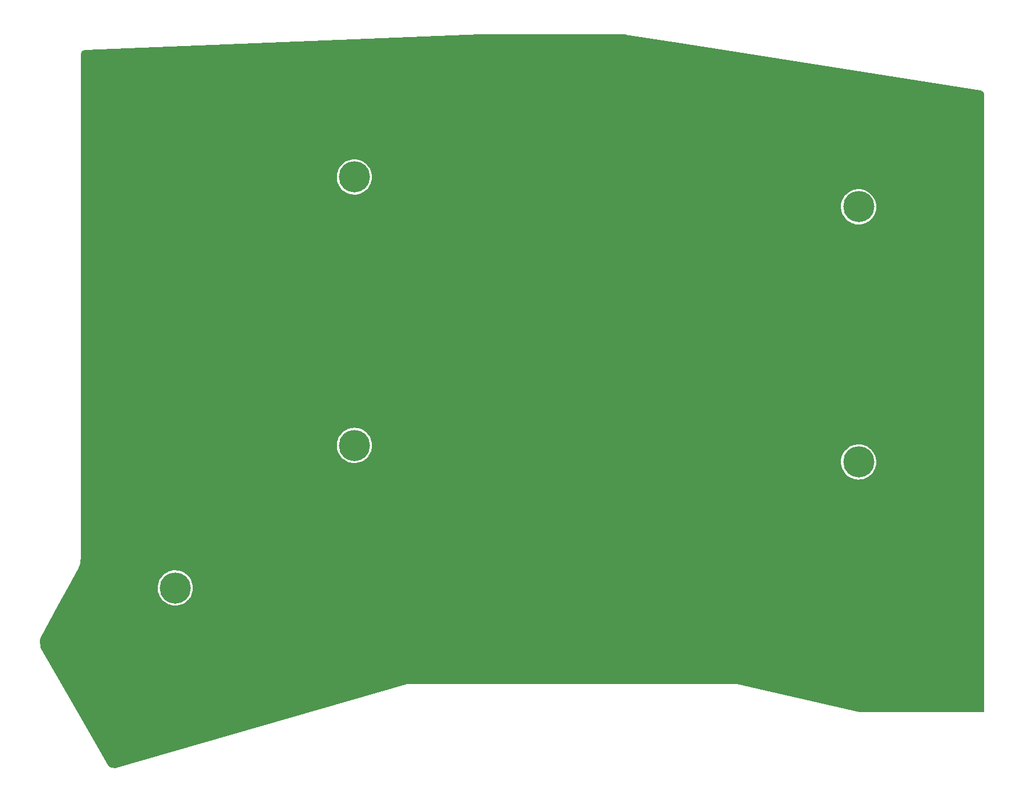
<source format=gbr>
G04 #@! TF.GenerationSoftware,KiCad,Pcbnew,(6.0.2-0)*
G04 #@! TF.CreationDate,2022-03-06T07:47:00+00:00*
G04 #@! TF.ProjectId,SofleKeyboardBottomPlate,536f666c-654b-4657-9962-6f617264426f,rev?*
G04 #@! TF.SameCoordinates,Original*
G04 #@! TF.FileFunction,Copper,L1,Top*
G04 #@! TF.FilePolarity,Positive*
%FSLAX46Y46*%
G04 Gerber Fmt 4.6, Leading zero omitted, Abs format (unit mm)*
G04 Created by KiCad (PCBNEW (6.0.2-0)) date 2022-03-06 07:47:00*
%MOMM*%
%LPD*%
G01*
G04 APERTURE LIST*
G04 #@! TA.AperFunction,ComponentPad*
%ADD10C,4.700000*%
G04 #@! TD*
G04 APERTURE END LIST*
D10*
X206725000Y-62175000D03*
X130725000Y-57675000D03*
X206725000Y-100675000D03*
X130725000Y-98175000D03*
X103725000Y-119675000D03*
G04 #@! TA.AperFunction,NonConductor*
G36*
X171644928Y-36184540D02*
G01*
X180540146Y-37588011D01*
X225091754Y-44617282D01*
X225103366Y-44619678D01*
X225220953Y-44649781D01*
X225242204Y-44657303D01*
X225324333Y-44694949D01*
X225343574Y-44705911D01*
X225417029Y-44756798D01*
X225433815Y-44770725D01*
X225497308Y-44833449D01*
X225511377Y-44849977D01*
X225519678Y-44861630D01*
X225563171Y-44922688D01*
X225574238Y-44941477D01*
X225612760Y-45022115D01*
X225620517Y-45042878D01*
X225644564Y-45129957D01*
X225648595Y-45152118D01*
X225659666Y-45274204D01*
X225660181Y-45285583D01*
X225659953Y-59593022D01*
X225658702Y-138298821D01*
X225638699Y-138366941D01*
X225585042Y-138413433D01*
X225532702Y-138424819D01*
X213066859Y-138424820D01*
X206903838Y-138424820D01*
X206875724Y-138421644D01*
X188401779Y-134193035D01*
X188388676Y-134188519D01*
X188388641Y-134188633D01*
X188380057Y-134186009D01*
X188371932Y-134182195D01*
X188327572Y-134175290D01*
X188321585Y-134174358D01*
X188312852Y-134172681D01*
X188304059Y-134170668D01*
X188304057Y-134170668D01*
X188299690Y-134169668D01*
X188286536Y-134168576D01*
X188277620Y-134167514D01*
X188261456Y-134164998D01*
X188252749Y-134164998D01*
X188248625Y-134164999D01*
X188238211Y-134164567D01*
X188213356Y-134162505D01*
X188200343Y-134161425D01*
X188200341Y-134161425D01*
X188191397Y-134160683D01*
X188182607Y-134162481D01*
X188182198Y-134162505D01*
X188157534Y-134165003D01*
X138929704Y-134166998D01*
X138909821Y-134165419D01*
X138896309Y-134163260D01*
X138896307Y-134163260D01*
X138887439Y-134161843D01*
X138878530Y-134162972D01*
X138878527Y-134162972D01*
X138849683Y-134166627D01*
X138845908Y-134167001D01*
X138842630Y-134167001D01*
X138812133Y-134171370D01*
X138810287Y-134171620D01*
X138776520Y-134175899D01*
X138773353Y-134176811D01*
X138769702Y-134177448D01*
X138761512Y-134178622D01*
X138735063Y-134182411D01*
X138710860Y-134193417D01*
X138693595Y-134199791D01*
X107845536Y-143087385D01*
X94627124Y-146895724D01*
X94569701Y-146898617D01*
X94210204Y-146833254D01*
X94192900Y-146828820D01*
X93903464Y-146732342D01*
X93861308Y-146708474D01*
X93688158Y-146560060D01*
X93660968Y-146527271D01*
X89583283Y-139446023D01*
X83501935Y-128885242D01*
X83490440Y-128858574D01*
X83404559Y-128572306D01*
X83380619Y-128492507D01*
X83375741Y-128466769D01*
X83333435Y-127959090D01*
X83333000Y-127948626D01*
X83333000Y-127637776D01*
X83335447Y-127613065D01*
X83404510Y-127267751D01*
X83417173Y-127232634D01*
X86062398Y-122329848D01*
X87509784Y-119647194D01*
X101069801Y-119647194D01*
X101085691Y-119966382D01*
X101086332Y-119970113D01*
X101086333Y-119970121D01*
X101099261Y-120045354D01*
X101139812Y-120281350D01*
X101231381Y-120587535D01*
X101232894Y-120591006D01*
X101232896Y-120591012D01*
X101320261Y-120791459D01*
X101359070Y-120880501D01*
X101521031Y-121156006D01*
X101523332Y-121159021D01*
X101712617Y-121407044D01*
X101712622Y-121407049D01*
X101714917Y-121410057D01*
X101937920Y-121638976D01*
X102006408Y-121694140D01*
X102183856Y-121837068D01*
X102183861Y-121837072D01*
X102186809Y-121839446D01*
X102457979Y-122008563D01*
X102747502Y-122143877D01*
X102751112Y-122145060D01*
X102751116Y-122145062D01*
X102933863Y-122204970D01*
X103051185Y-122243430D01*
X103364628Y-122305777D01*
X103368400Y-122306064D01*
X103368408Y-122306065D01*
X103679515Y-122329730D01*
X103679520Y-122329730D01*
X103683292Y-122330017D01*
X104002559Y-122315799D01*
X104006297Y-122315177D01*
X104006305Y-122315176D01*
X104314072Y-122263949D01*
X104314080Y-122263947D01*
X104317806Y-122263327D01*
X104624466Y-122173363D01*
X104918097Y-122047209D01*
X104921375Y-122045305D01*
X104921381Y-122045302D01*
X105082126Y-121951933D01*
X105194445Y-121886693D01*
X105449509Y-121694140D01*
X105679592Y-121472339D01*
X105730298Y-121410057D01*
X105878965Y-121227447D01*
X105881362Y-121224503D01*
X106051897Y-120954222D01*
X106188725Y-120665411D01*
X106213547Y-120591012D01*
X106288669Y-120365841D01*
X106289866Y-120362254D01*
X106353854Y-120049141D01*
X106379763Y-119730609D01*
X106380345Y-119675000D01*
X106378898Y-119650986D01*
X106361341Y-119359773D01*
X106361341Y-119359769D01*
X106361113Y-119355995D01*
X106303697Y-119041611D01*
X106208927Y-118736402D01*
X106078176Y-118444789D01*
X105913339Y-118170996D01*
X105911012Y-118168012D01*
X105911007Y-118168005D01*
X105719140Y-117921984D01*
X105719138Y-117921981D01*
X105716804Y-117918989D01*
X105491416Y-117692418D01*
X105360725Y-117589390D01*
X105243419Y-117496913D01*
X105243412Y-117496908D01*
X105240441Y-117494566D01*
X104967515Y-117328297D01*
X104676591Y-117196022D01*
X104371882Y-117099655D01*
X104232342Y-117073415D01*
X104061527Y-117041293D01*
X104061522Y-117041292D01*
X104057803Y-117040593D01*
X103738903Y-117019691D01*
X103735124Y-117019899D01*
X103735122Y-117019899D01*
X103638214Y-117025232D01*
X103419802Y-117037253D01*
X103416075Y-117037914D01*
X103416071Y-117037914D01*
X103162324Y-117082884D01*
X103105122Y-117093022D01*
X103101497Y-117094127D01*
X103101492Y-117094128D01*
X102863656Y-117166616D01*
X102799421Y-117186193D01*
X102507127Y-117315415D01*
X102232475Y-117478816D01*
X102229474Y-117481132D01*
X102229470Y-117481134D01*
X101982445Y-117671712D01*
X101979442Y-117674029D01*
X101751694Y-117898227D01*
X101552530Y-118148163D01*
X101384835Y-118420215D01*
X101251038Y-118710443D01*
X101153078Y-119014643D01*
X101152359Y-119018359D01*
X101152357Y-119018367D01*
X101147860Y-119041611D01*
X101092372Y-119328408D01*
X101092105Y-119332184D01*
X101092104Y-119332189D01*
X101090151Y-119359773D01*
X101069801Y-119647194D01*
X87509784Y-119647194D01*
X89138234Y-116628947D01*
X89140413Y-116625445D01*
X89143162Y-116622556D01*
X89174825Y-116561171D01*
X89175916Y-116559103D01*
X89187273Y-116538054D01*
X89189400Y-116534112D01*
X89190632Y-116530762D01*
X89192077Y-116527770D01*
X89192183Y-116527519D01*
X89194416Y-116523190D01*
X89203440Y-116496119D01*
X89204711Y-116492494D01*
X89223821Y-116440552D01*
X89223822Y-116440547D01*
X89226919Y-116432129D01*
X89227357Y-116425704D01*
X89229351Y-116418383D01*
X89384011Y-115954404D01*
X89388086Y-115943800D01*
X89390562Y-115938133D01*
X89395284Y-115930504D01*
X89410481Y-115875534D01*
X89412391Y-115869264D01*
X89417051Y-115855285D01*
X89417053Y-115855276D01*
X89418466Y-115851038D01*
X89419766Y-115843876D01*
X89422297Y-115832797D01*
X89423779Y-115827436D01*
X89423780Y-115827433D01*
X89425077Y-115822740D01*
X89427215Y-115804277D01*
X89428404Y-115796274D01*
X89436266Y-115752950D01*
X89436266Y-115752947D01*
X89437868Y-115744119D01*
X89436928Y-115735198D01*
X89437263Y-115726220D01*
X89437649Y-115726234D01*
X89437713Y-115713601D01*
X89449212Y-115614287D01*
X89503337Y-115146803D01*
X89503999Y-115141920D01*
X89507510Y-115119370D01*
X89508258Y-115114568D01*
X89508258Y-115109706D01*
X89508310Y-115109034D01*
X89508381Y-115105826D01*
X89508566Y-115101643D01*
X89509081Y-115097191D01*
X89508303Y-115068360D01*
X89508257Y-115064963D01*
X89507945Y-98147194D01*
X128069801Y-98147194D01*
X128085691Y-98466382D01*
X128086332Y-98470113D01*
X128086333Y-98470121D01*
X128124531Y-98692418D01*
X128139812Y-98781350D01*
X128140900Y-98784989D01*
X128140901Y-98784992D01*
X128181871Y-98921984D01*
X128231381Y-99087535D01*
X128232894Y-99091006D01*
X128232896Y-99091012D01*
X128267757Y-99170996D01*
X128359070Y-99380501D01*
X128360993Y-99383773D01*
X128360995Y-99383776D01*
X128384443Y-99423662D01*
X128521031Y-99656006D01*
X128523332Y-99659021D01*
X128712617Y-99907044D01*
X128712622Y-99907049D01*
X128714917Y-99910057D01*
X128717561Y-99912771D01*
X128839554Y-100038000D01*
X128937920Y-100138976D01*
X129006408Y-100194140D01*
X129183856Y-100337068D01*
X129183861Y-100337072D01*
X129186809Y-100339446D01*
X129457979Y-100508563D01*
X129747502Y-100643877D01*
X129751112Y-100645060D01*
X129751116Y-100645062D01*
X129933863Y-100704970D01*
X130051185Y-100743430D01*
X130364628Y-100805777D01*
X130368400Y-100806064D01*
X130368408Y-100806065D01*
X130679515Y-100829730D01*
X130679520Y-100829730D01*
X130683292Y-100830017D01*
X131002559Y-100815799D01*
X131006297Y-100815177D01*
X131006305Y-100815176D01*
X131314072Y-100763949D01*
X131314080Y-100763947D01*
X131317806Y-100763327D01*
X131624466Y-100673363D01*
X131685376Y-100647194D01*
X204069801Y-100647194D01*
X204085691Y-100966382D01*
X204086332Y-100970113D01*
X204086333Y-100970121D01*
X204099261Y-101045354D01*
X204139812Y-101281350D01*
X204231381Y-101587535D01*
X204232894Y-101591006D01*
X204232896Y-101591012D01*
X204320261Y-101791459D01*
X204359070Y-101880501D01*
X204521031Y-102156006D01*
X204523332Y-102159021D01*
X204712617Y-102407044D01*
X204712622Y-102407049D01*
X204714917Y-102410057D01*
X204937920Y-102638976D01*
X205006408Y-102694140D01*
X205183856Y-102837068D01*
X205183861Y-102837072D01*
X205186809Y-102839446D01*
X205457979Y-103008563D01*
X205747502Y-103143877D01*
X205751112Y-103145060D01*
X205751116Y-103145062D01*
X205933863Y-103204970D01*
X206051185Y-103243430D01*
X206364628Y-103305777D01*
X206368400Y-103306064D01*
X206368408Y-103306065D01*
X206679515Y-103329730D01*
X206679520Y-103329730D01*
X206683292Y-103330017D01*
X207002559Y-103315799D01*
X207006297Y-103315177D01*
X207006305Y-103315176D01*
X207314072Y-103263949D01*
X207314080Y-103263947D01*
X207317806Y-103263327D01*
X207624466Y-103173363D01*
X207918097Y-103047209D01*
X207921375Y-103045305D01*
X207921381Y-103045302D01*
X208082126Y-102951933D01*
X208194445Y-102886693D01*
X208449509Y-102694140D01*
X208679592Y-102472339D01*
X208730298Y-102410057D01*
X208878965Y-102227447D01*
X208881362Y-102224503D01*
X209051897Y-101954222D01*
X209188725Y-101665411D01*
X209213547Y-101591012D01*
X209288669Y-101365841D01*
X209289866Y-101362254D01*
X209353854Y-101049141D01*
X209379763Y-100730609D01*
X209380345Y-100675000D01*
X209380157Y-100671869D01*
X209361341Y-100359773D01*
X209361341Y-100359769D01*
X209361113Y-100355995D01*
X209331971Y-100196425D01*
X209304377Y-100045333D01*
X209304376Y-100045329D01*
X209303697Y-100041611D01*
X209282188Y-99972339D01*
X209210049Y-99740017D01*
X209208927Y-99736402D01*
X209078176Y-99444789D01*
X208913339Y-99170996D01*
X208911012Y-99168012D01*
X208911007Y-99168005D01*
X208719140Y-98921984D01*
X208719138Y-98921981D01*
X208716804Y-98918989D01*
X208491416Y-98692418D01*
X208360725Y-98589390D01*
X208243419Y-98496913D01*
X208243412Y-98496908D01*
X208240441Y-98494566D01*
X207967515Y-98328297D01*
X207676591Y-98196022D01*
X207371882Y-98099655D01*
X207232342Y-98073415D01*
X207061527Y-98041293D01*
X207061522Y-98041292D01*
X207057803Y-98040593D01*
X206738903Y-98019691D01*
X206735124Y-98019899D01*
X206735122Y-98019899D01*
X206638214Y-98025232D01*
X206419802Y-98037253D01*
X206416075Y-98037914D01*
X206416071Y-98037914D01*
X206162324Y-98082884D01*
X206105122Y-98093022D01*
X206101497Y-98094127D01*
X206101492Y-98094128D01*
X205914938Y-98150986D01*
X205799421Y-98186193D01*
X205507127Y-98315415D01*
X205232475Y-98478816D01*
X205229474Y-98481132D01*
X205229470Y-98481134D01*
X204982445Y-98671712D01*
X204979442Y-98674029D01*
X204976744Y-98676685D01*
X204788237Y-98862254D01*
X204751694Y-98898227D01*
X204552530Y-99148163D01*
X204384835Y-99420215D01*
X204251038Y-99710443D01*
X204153078Y-100014643D01*
X204152359Y-100018359D01*
X204152357Y-100018367D01*
X204093091Y-100324690D01*
X204092372Y-100328408D01*
X204092105Y-100332184D01*
X204092104Y-100332189D01*
X204090151Y-100359773D01*
X204069801Y-100647194D01*
X131685376Y-100647194D01*
X131918097Y-100547209D01*
X131921375Y-100545305D01*
X131921381Y-100545302D01*
X132082126Y-100451933D01*
X132194445Y-100386693D01*
X132449509Y-100194140D01*
X132679592Y-99972339D01*
X132730298Y-99910057D01*
X132810706Y-99811291D01*
X132881362Y-99724503D01*
X133051897Y-99454222D01*
X133188725Y-99165411D01*
X133194480Y-99148163D01*
X133238914Y-99014976D01*
X133289866Y-98862254D01*
X133353854Y-98549141D01*
X133379763Y-98230609D01*
X133380228Y-98186193D01*
X133380322Y-98177221D01*
X133380322Y-98177214D01*
X133380345Y-98175000D01*
X133378898Y-98150986D01*
X133361341Y-97859773D01*
X133361341Y-97859769D01*
X133361113Y-97855995D01*
X133303697Y-97541611D01*
X133208927Y-97236402D01*
X133078176Y-96944789D01*
X132913339Y-96670996D01*
X132911012Y-96668012D01*
X132911007Y-96668005D01*
X132719140Y-96421984D01*
X132719138Y-96421981D01*
X132716804Y-96418989D01*
X132491416Y-96192418D01*
X132360725Y-96089390D01*
X132243419Y-95996913D01*
X132243412Y-95996908D01*
X132240441Y-95994566D01*
X131967515Y-95828297D01*
X131676591Y-95696022D01*
X131371882Y-95599655D01*
X131232342Y-95573415D01*
X131061527Y-95541293D01*
X131061522Y-95541292D01*
X131057803Y-95540593D01*
X130738903Y-95519691D01*
X130735124Y-95519899D01*
X130735122Y-95519899D01*
X130638214Y-95525232D01*
X130419802Y-95537253D01*
X130416075Y-95537914D01*
X130416071Y-95537914D01*
X130162324Y-95582884D01*
X130105122Y-95593022D01*
X130101497Y-95594127D01*
X130101492Y-95594128D01*
X129863656Y-95666616D01*
X129799421Y-95686193D01*
X129507127Y-95815415D01*
X129232475Y-95978816D01*
X129229474Y-95981132D01*
X129229470Y-95981134D01*
X128982445Y-96171712D01*
X128979442Y-96174029D01*
X128751694Y-96398227D01*
X128552530Y-96648163D01*
X128384835Y-96920215D01*
X128251038Y-97210443D01*
X128153078Y-97514643D01*
X128152359Y-97518359D01*
X128152357Y-97518367D01*
X128147860Y-97541611D01*
X128092372Y-97828408D01*
X128092105Y-97832184D01*
X128092104Y-97832189D01*
X128070069Y-98143405D01*
X128069801Y-98147194D01*
X89507945Y-98147194D01*
X89507321Y-64337068D01*
X89507281Y-62147194D01*
X204069801Y-62147194D01*
X204085691Y-62466382D01*
X204086332Y-62470113D01*
X204086333Y-62470121D01*
X204099261Y-62545354D01*
X204139812Y-62781350D01*
X204231381Y-63087535D01*
X204232894Y-63091006D01*
X204232896Y-63091012D01*
X204320261Y-63291459D01*
X204359070Y-63380501D01*
X204521031Y-63656006D01*
X204523332Y-63659021D01*
X204712617Y-63907044D01*
X204712622Y-63907049D01*
X204714917Y-63910057D01*
X204937920Y-64138976D01*
X205006408Y-64194140D01*
X205183856Y-64337068D01*
X205183861Y-64337072D01*
X205186809Y-64339446D01*
X205457979Y-64508563D01*
X205747502Y-64643877D01*
X205751112Y-64645060D01*
X205751116Y-64645062D01*
X205933863Y-64704970D01*
X206051185Y-64743430D01*
X206364628Y-64805777D01*
X206368400Y-64806064D01*
X206368408Y-64806065D01*
X206679515Y-64829730D01*
X206679520Y-64829730D01*
X206683292Y-64830017D01*
X207002559Y-64815799D01*
X207006297Y-64815177D01*
X207006305Y-64815176D01*
X207314072Y-64763949D01*
X207314080Y-64763947D01*
X207317806Y-64763327D01*
X207624466Y-64673363D01*
X207918097Y-64547209D01*
X207921375Y-64545305D01*
X207921381Y-64545302D01*
X208082126Y-64451933D01*
X208194445Y-64386693D01*
X208449509Y-64194140D01*
X208679592Y-63972339D01*
X208730298Y-63910057D01*
X208878965Y-63727447D01*
X208881362Y-63724503D01*
X209051897Y-63454222D01*
X209188725Y-63165411D01*
X209213547Y-63091012D01*
X209288669Y-62865841D01*
X209289866Y-62862254D01*
X209353854Y-62549141D01*
X209379763Y-62230609D01*
X209380345Y-62175000D01*
X209378898Y-62150986D01*
X209361341Y-61859773D01*
X209361341Y-61859769D01*
X209361113Y-61855995D01*
X209303697Y-61541611D01*
X209208927Y-61236402D01*
X209078176Y-60944789D01*
X208913339Y-60670996D01*
X208911012Y-60668012D01*
X208911007Y-60668005D01*
X208719140Y-60421984D01*
X208719138Y-60421981D01*
X208716804Y-60418989D01*
X208491416Y-60192418D01*
X208304800Y-60045302D01*
X208243419Y-59996913D01*
X208243412Y-59996908D01*
X208240441Y-59994566D01*
X207967515Y-59828297D01*
X207676591Y-59696022D01*
X207371882Y-59599655D01*
X207232342Y-59573415D01*
X207061527Y-59541293D01*
X207061522Y-59541292D01*
X207057803Y-59540593D01*
X206738903Y-59519691D01*
X206735124Y-59519899D01*
X206735122Y-59519899D01*
X206638214Y-59525232D01*
X206419802Y-59537253D01*
X206416075Y-59537914D01*
X206416071Y-59537914D01*
X206162324Y-59582884D01*
X206105122Y-59593022D01*
X206101497Y-59594127D01*
X206101492Y-59594128D01*
X205963271Y-59636255D01*
X205799421Y-59686193D01*
X205507127Y-59815415D01*
X205232475Y-59978816D01*
X205229474Y-59981132D01*
X205229470Y-59981134D01*
X204982445Y-60171712D01*
X204979442Y-60174029D01*
X204976744Y-60176685D01*
X204821276Y-60329730D01*
X204751694Y-60398227D01*
X204552530Y-60648163D01*
X204384835Y-60920215D01*
X204251038Y-61210443D01*
X204153078Y-61514643D01*
X204152359Y-61518359D01*
X204152357Y-61518367D01*
X204147860Y-61541611D01*
X204092372Y-61828408D01*
X204092105Y-61832184D01*
X204092104Y-61832189D01*
X204090151Y-61859773D01*
X204069801Y-62147194D01*
X89507281Y-62147194D01*
X89507198Y-57647194D01*
X128069801Y-57647194D01*
X128085691Y-57966382D01*
X128086332Y-57970113D01*
X128086333Y-57970121D01*
X128099261Y-58045354D01*
X128139812Y-58281350D01*
X128231381Y-58587535D01*
X128232894Y-58591006D01*
X128232896Y-58591012D01*
X128320261Y-58791459D01*
X128359070Y-58880501D01*
X128521031Y-59156006D01*
X128523332Y-59159021D01*
X128712617Y-59407044D01*
X128712622Y-59407049D01*
X128714917Y-59410057D01*
X128717561Y-59412771D01*
X128900732Y-59600801D01*
X128937920Y-59638976D01*
X129065464Y-59741707D01*
X129183856Y-59837068D01*
X129183861Y-59837072D01*
X129186809Y-59839446D01*
X129457979Y-60008563D01*
X129747502Y-60143877D01*
X129751112Y-60145060D01*
X129751116Y-60145062D01*
X129903768Y-60195104D01*
X130051185Y-60243430D01*
X130364628Y-60305777D01*
X130368400Y-60306064D01*
X130368408Y-60306065D01*
X130679515Y-60329730D01*
X130679520Y-60329730D01*
X130683292Y-60330017D01*
X131002559Y-60315799D01*
X131006297Y-60315177D01*
X131006305Y-60315176D01*
X131314072Y-60263949D01*
X131314080Y-60263947D01*
X131317806Y-60263327D01*
X131624466Y-60173363D01*
X131918097Y-60047209D01*
X131921375Y-60045305D01*
X131921381Y-60045302D01*
X132082126Y-59951933D01*
X132194445Y-59886693D01*
X132449509Y-59694140D01*
X132679592Y-59472339D01*
X132730298Y-59410057D01*
X132878965Y-59227447D01*
X132881362Y-59224503D01*
X133051897Y-58954222D01*
X133188725Y-58665411D01*
X133213547Y-58591012D01*
X133288669Y-58365841D01*
X133289866Y-58362254D01*
X133353854Y-58049141D01*
X133379763Y-57730609D01*
X133380345Y-57675000D01*
X133378898Y-57650986D01*
X133361341Y-57359773D01*
X133361341Y-57359769D01*
X133361113Y-57355995D01*
X133303697Y-57041611D01*
X133208927Y-56736402D01*
X133078176Y-56444789D01*
X132913339Y-56170996D01*
X132911012Y-56168012D01*
X132911007Y-56168005D01*
X132719140Y-55921984D01*
X132719138Y-55921981D01*
X132716804Y-55918989D01*
X132491416Y-55692418D01*
X132360725Y-55589390D01*
X132243419Y-55496913D01*
X132243412Y-55496908D01*
X132240441Y-55494566D01*
X131967515Y-55328297D01*
X131676591Y-55196022D01*
X131371882Y-55099655D01*
X131232342Y-55073415D01*
X131061527Y-55041293D01*
X131061522Y-55041292D01*
X131057803Y-55040593D01*
X130738903Y-55019691D01*
X130735124Y-55019899D01*
X130735122Y-55019899D01*
X130638214Y-55025232D01*
X130419802Y-55037253D01*
X130416075Y-55037914D01*
X130416071Y-55037914D01*
X130162324Y-55082884D01*
X130105122Y-55093022D01*
X130101497Y-55094127D01*
X130101492Y-55094128D01*
X129863656Y-55166616D01*
X129799421Y-55186193D01*
X129507127Y-55315415D01*
X129232475Y-55478816D01*
X129229474Y-55481132D01*
X129229470Y-55481134D01*
X128982445Y-55671712D01*
X128979442Y-55674029D01*
X128751694Y-55898227D01*
X128552530Y-56148163D01*
X128384835Y-56420215D01*
X128251038Y-56710443D01*
X128153078Y-57014643D01*
X128152359Y-57018359D01*
X128152357Y-57018367D01*
X128147860Y-57041611D01*
X128092372Y-57328408D01*
X128092105Y-57332184D01*
X128092104Y-57332189D01*
X128090151Y-57359773D01*
X128069801Y-57647194D01*
X89507198Y-57647194D01*
X89506857Y-39184304D01*
X89507492Y-39171669D01*
X89521301Y-39034658D01*
X89526329Y-39009943D01*
X89556037Y-38914227D01*
X89565636Y-38891469D01*
X89612856Y-38804475D01*
X89626403Y-38784396D01*
X89689434Y-38707999D01*
X89706436Y-38690997D01*
X89782823Y-38627971D01*
X89802904Y-38614421D01*
X89889912Y-38567194D01*
X89912663Y-38557598D01*
X89970687Y-38539585D01*
X90008383Y-38527883D01*
X90033096Y-38522854D01*
X90182425Y-38507798D01*
X90190144Y-38507258D01*
X149732459Y-36183096D01*
X149737375Y-36183000D01*
X171625292Y-36183000D01*
X171644928Y-36184540D01*
G37*
G04 #@! TD.AperFunction*
M02*

</source>
